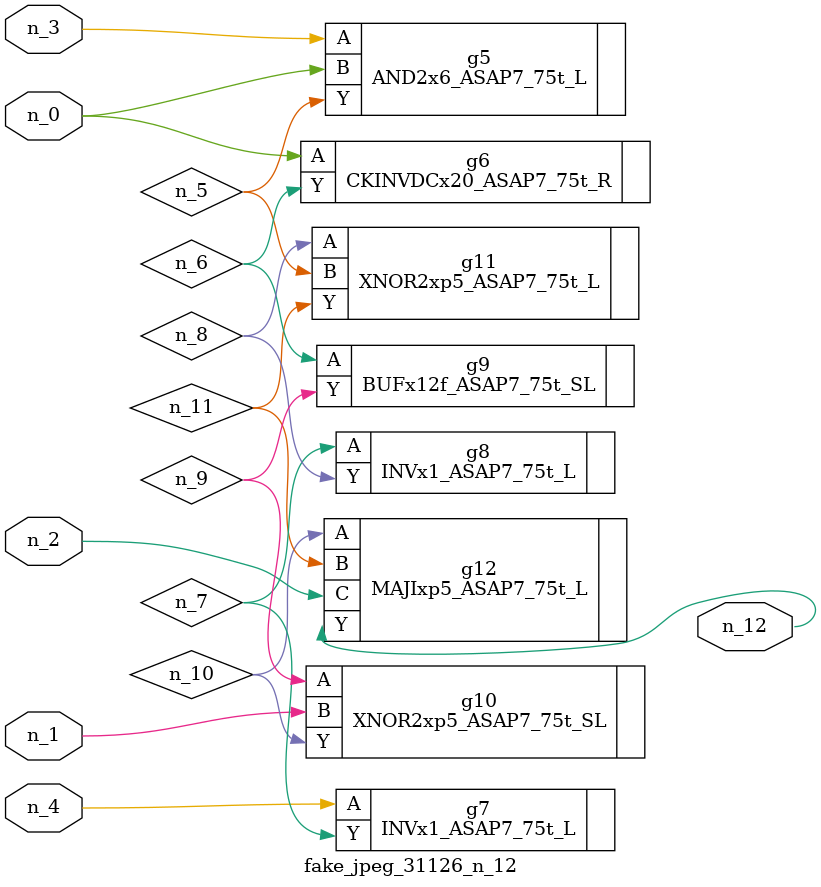
<source format=v>
module fake_jpeg_31126_n_12 (n_3, n_2, n_1, n_0, n_4, n_12);

input n_3;
input n_2;
input n_1;
input n_0;
input n_4;

output n_12;

wire n_11;
wire n_10;
wire n_8;
wire n_9;
wire n_6;
wire n_5;
wire n_7;

AND2x6_ASAP7_75t_L g5 ( 
.A(n_3),
.B(n_0),
.Y(n_5)
);

CKINVDCx20_ASAP7_75t_R g6 ( 
.A(n_0),
.Y(n_6)
);

INVx1_ASAP7_75t_L g7 ( 
.A(n_4),
.Y(n_7)
);

INVx1_ASAP7_75t_L g8 ( 
.A(n_7),
.Y(n_8)
);

XNOR2xp5_ASAP7_75t_L g11 ( 
.A(n_8),
.B(n_5),
.Y(n_11)
);

BUFx12f_ASAP7_75t_SL g9 ( 
.A(n_6),
.Y(n_9)
);

XNOR2xp5_ASAP7_75t_SL g10 ( 
.A(n_9),
.B(n_1),
.Y(n_10)
);

MAJIxp5_ASAP7_75t_L g12 ( 
.A(n_10),
.B(n_11),
.C(n_2),
.Y(n_12)
);


endmodule
</source>
